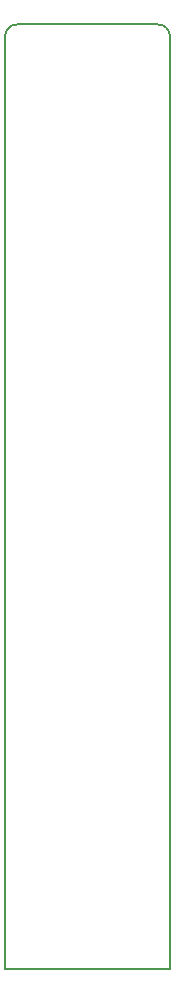
<source format=gbr>
G04 #@! TF.FileFunction,Profile,NP*
%FSLAX46Y46*%
G04 Gerber Fmt 4.6, Leading zero omitted, Abs format (unit mm)*
G04 Created by KiCad (PCBNEW 4.0.7) date 12/09/17 22:15:45*
%MOMM*%
%LPD*%
G01*
G04 APERTURE LIST*
%ADD10C,0.100000*%
%ADD11C,0.150000*%
G04 APERTURE END LIST*
D10*
D11*
X155067000Y-51816000D02*
X167005000Y-51816000D01*
X154051000Y-131826000D02*
X154051000Y-52832000D01*
X155067000Y-51816000D02*
G75*
G03X154051000Y-52832000I0J-1016000D01*
G01*
X168021000Y-131826000D02*
X168021000Y-52832000D01*
X168021000Y-52832000D02*
G75*
G03X167005000Y-51816000I-1016000J0D01*
G01*
X154051000Y-131826000D02*
X168021000Y-131826000D01*
M02*

</source>
